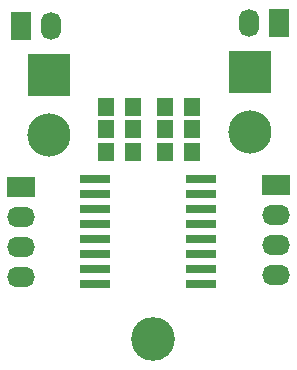
<source format=gts>
%FSTAX24Y24*%
%MOIN*%
G70*
G01*
G75*
G04 Layer_Color=8388736*
%ADD10R,0.0500X0.0550*%
%ADD11R,0.0910X0.0220*%
%ADD12C,0.0450*%
%ADD13C,0.0200*%
%ADD14C,0.0160*%
%ADD15C,0.0071*%
%ADD16R,0.1360X0.1360*%
%ADD17C,0.1360*%
%ADD18R,0.0850X0.0600*%
%ADD19O,0.0850X0.0600*%
%ADD20O,0.0600X0.0850*%
%ADD21R,0.0600X0.0850*%
%ADD22C,0.1380*%
%ADD23C,0.0060*%
%ADD24C,0.0100*%
%ADD25C,0.0040*%
%ADD26C,0.0050*%
%ADD27C,0.0070*%
%ADD28C,0.0030*%
%ADD29R,0.0580X0.0630*%
%ADD30R,0.0990X0.0300*%
%ADD31R,0.1440X0.1440*%
%ADD32C,0.1440*%
%ADD33R,0.0930X0.0680*%
%ADD34O,0.0930X0.0680*%
%ADD35O,0.0680X0.0930*%
%ADD36R,0.0680X0.0930*%
%ADD37C,0.1460*%
D29*
X0443Y02385D02*
D03*
X0434D02*
D03*
X0443Y0246D02*
D03*
X0434D02*
D03*
X0443Y02535D02*
D03*
X0434D02*
D03*
X04145Y02385D02*
D03*
X04235D02*
D03*
X04145Y02535D02*
D03*
X04235D02*
D03*
X04145Y0246D02*
D03*
X04235D02*
D03*
D30*
X04463Y02295D02*
D03*
Y02245D02*
D03*
Y02195D02*
D03*
Y02145D02*
D03*
Y02095D02*
D03*
Y02045D02*
D03*
Y01995D02*
D03*
Y01945D02*
D03*
X04107D02*
D03*
Y01995D02*
D03*
Y02045D02*
D03*
Y02095D02*
D03*
Y02145D02*
D03*
Y02195D02*
D03*
Y02245D02*
D03*
Y02295D02*
D03*
D31*
X03955Y0264D02*
D03*
X04625Y0265D02*
D03*
D32*
X03955Y0244D02*
D03*
X04625Y0245D02*
D03*
D33*
X038615Y022691D02*
D03*
X047115Y022741D02*
D03*
D34*
X038615Y021691D02*
D03*
Y020691D02*
D03*
Y019691D02*
D03*
X047115Y021741D02*
D03*
Y020741D02*
D03*
Y019741D02*
D03*
D35*
X0462Y02815D02*
D03*
X0396Y02805D02*
D03*
D36*
X0472Y02815D02*
D03*
X0386Y02805D02*
D03*
D37*
X043Y0176D02*
D03*
M02*

</source>
